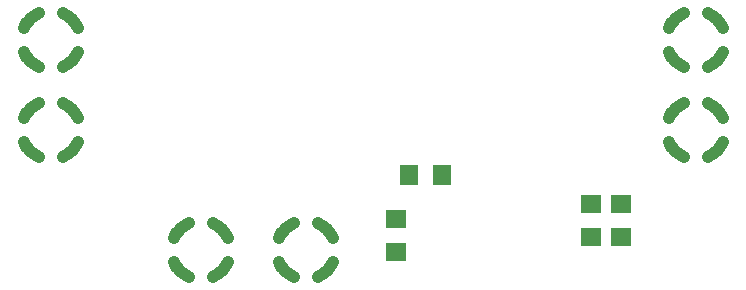
<source format=gtp>
G75*
%MOIN*%
%OFA0B0*%
%FSLAX24Y24*%
%IPPOS*%
%LPD*%
%AMOC8*
5,1,8,0,0,1.08239X$1,22.5*
%
%ADD10C,0.0400*%
%ADD11R,0.0709X0.0630*%
%ADD12R,0.0630X0.0709*%
D10*
X008000Y001200D02*
X008054Y001226D01*
X008107Y001255D01*
X008158Y001288D01*
X008206Y001324D01*
X008253Y001362D01*
X008297Y001403D01*
X008338Y001447D01*
X008376Y001494D01*
X008412Y001542D01*
X008445Y001593D01*
X008474Y001646D01*
X008500Y001700D01*
X007200Y003000D02*
X007146Y002974D01*
X007093Y002945D01*
X007042Y002912D01*
X006994Y002876D01*
X006947Y002838D01*
X006903Y002797D01*
X006862Y002753D01*
X006824Y002706D01*
X006788Y002658D01*
X006755Y002607D01*
X006726Y002554D01*
X006700Y002500D01*
X008000Y003000D02*
X008054Y002974D01*
X008107Y002945D01*
X008158Y002912D01*
X008206Y002876D01*
X008253Y002838D01*
X008297Y002797D01*
X008338Y002753D01*
X008376Y002706D01*
X008412Y002658D01*
X008445Y002607D01*
X008474Y002554D01*
X008500Y002500D01*
X007200Y001200D02*
X007146Y001226D01*
X007093Y001255D01*
X007042Y001288D01*
X006994Y001324D01*
X006947Y001362D01*
X006903Y001403D01*
X006862Y001447D01*
X006824Y001494D01*
X006788Y001542D01*
X006755Y001593D01*
X006726Y001646D01*
X006700Y001700D01*
X011500Y001200D02*
X011554Y001226D01*
X011607Y001255D01*
X011658Y001288D01*
X011706Y001324D01*
X011753Y001362D01*
X011797Y001403D01*
X011838Y001447D01*
X011876Y001494D01*
X011912Y001542D01*
X011945Y001593D01*
X011974Y001646D01*
X012000Y001700D01*
X010700Y003000D02*
X010646Y002974D01*
X010593Y002945D01*
X010542Y002912D01*
X010494Y002876D01*
X010447Y002838D01*
X010403Y002797D01*
X010362Y002753D01*
X010324Y002706D01*
X010288Y002658D01*
X010255Y002607D01*
X010226Y002554D01*
X010200Y002500D01*
X011500Y003000D02*
X011554Y002974D01*
X011607Y002945D01*
X011658Y002912D01*
X011706Y002876D01*
X011753Y002838D01*
X011797Y002797D01*
X011838Y002753D01*
X011876Y002706D01*
X011912Y002658D01*
X011945Y002607D01*
X011974Y002554D01*
X012000Y002500D01*
X010700Y001200D02*
X010646Y001226D01*
X010593Y001255D01*
X010542Y001288D01*
X010494Y001324D01*
X010447Y001362D01*
X010403Y001403D01*
X010362Y001447D01*
X010324Y001494D01*
X010288Y001542D01*
X010255Y001593D01*
X010226Y001646D01*
X010200Y001700D01*
X002200Y005200D02*
X002146Y005226D01*
X002093Y005255D01*
X002042Y005288D01*
X001994Y005324D01*
X001947Y005362D01*
X001903Y005403D01*
X001862Y005447D01*
X001824Y005494D01*
X001788Y005542D01*
X001755Y005593D01*
X001726Y005646D01*
X001700Y005700D01*
X003000Y007000D02*
X003054Y006974D01*
X003107Y006945D01*
X003158Y006912D01*
X003206Y006876D01*
X003253Y006838D01*
X003297Y006797D01*
X003338Y006753D01*
X003376Y006706D01*
X003412Y006658D01*
X003445Y006607D01*
X003474Y006554D01*
X003500Y006500D01*
X002200Y007000D02*
X002146Y006974D01*
X002093Y006945D01*
X002042Y006912D01*
X001994Y006876D01*
X001947Y006838D01*
X001903Y006797D01*
X001862Y006753D01*
X001824Y006706D01*
X001788Y006658D01*
X001755Y006607D01*
X001726Y006554D01*
X001700Y006500D01*
X003000Y005200D02*
X003054Y005226D01*
X003107Y005255D01*
X003158Y005288D01*
X003206Y005324D01*
X003253Y005362D01*
X003297Y005403D01*
X003338Y005447D01*
X003376Y005494D01*
X003412Y005542D01*
X003445Y005593D01*
X003474Y005646D01*
X003500Y005700D01*
X001700Y009500D02*
X001726Y009554D01*
X001755Y009607D01*
X001788Y009658D01*
X001824Y009706D01*
X001862Y009753D01*
X001903Y009797D01*
X001947Y009838D01*
X001994Y009876D01*
X002042Y009912D01*
X002093Y009945D01*
X002146Y009974D01*
X002200Y010000D01*
X003500Y008700D02*
X003474Y008646D01*
X003445Y008593D01*
X003412Y008542D01*
X003376Y008494D01*
X003338Y008447D01*
X003297Y008403D01*
X003253Y008362D01*
X003206Y008324D01*
X003158Y008288D01*
X003107Y008255D01*
X003054Y008226D01*
X003000Y008200D01*
X003500Y009500D02*
X003474Y009554D01*
X003445Y009607D01*
X003412Y009658D01*
X003376Y009706D01*
X003338Y009753D01*
X003297Y009797D01*
X003253Y009838D01*
X003206Y009876D01*
X003158Y009912D01*
X003107Y009945D01*
X003054Y009974D01*
X003000Y010000D01*
X001700Y008700D02*
X001726Y008646D01*
X001755Y008593D01*
X001788Y008542D01*
X001824Y008494D01*
X001862Y008447D01*
X001903Y008403D01*
X001947Y008362D01*
X001994Y008324D01*
X002042Y008288D01*
X002093Y008255D01*
X002146Y008226D01*
X002200Y008200D01*
X024500Y008200D02*
X024554Y008226D01*
X024607Y008255D01*
X024658Y008288D01*
X024706Y008324D01*
X024753Y008362D01*
X024797Y008403D01*
X024838Y008447D01*
X024876Y008494D01*
X024912Y008542D01*
X024945Y008593D01*
X024974Y008646D01*
X025000Y008700D01*
X023700Y010000D02*
X023646Y009974D01*
X023593Y009945D01*
X023542Y009912D01*
X023494Y009876D01*
X023447Y009838D01*
X023403Y009797D01*
X023362Y009753D01*
X023324Y009706D01*
X023288Y009658D01*
X023255Y009607D01*
X023226Y009554D01*
X023200Y009500D01*
X024500Y010000D02*
X024554Y009974D01*
X024607Y009945D01*
X024658Y009912D01*
X024706Y009876D01*
X024753Y009838D01*
X024797Y009797D01*
X024838Y009753D01*
X024876Y009706D01*
X024912Y009658D01*
X024945Y009607D01*
X024974Y009554D01*
X025000Y009500D01*
X023700Y008200D02*
X023646Y008226D01*
X023593Y008255D01*
X023542Y008288D01*
X023494Y008324D01*
X023447Y008362D01*
X023403Y008403D01*
X023362Y008447D01*
X023324Y008494D01*
X023288Y008542D01*
X023255Y008593D01*
X023226Y008646D01*
X023200Y008700D01*
X025000Y005700D02*
X024974Y005646D01*
X024945Y005593D01*
X024912Y005542D01*
X024876Y005494D01*
X024838Y005447D01*
X024797Y005403D01*
X024753Y005362D01*
X024706Y005324D01*
X024658Y005288D01*
X024607Y005255D01*
X024554Y005226D01*
X024500Y005200D01*
X025000Y006500D02*
X024974Y006554D01*
X024945Y006607D01*
X024912Y006658D01*
X024876Y006706D01*
X024838Y006753D01*
X024797Y006797D01*
X024753Y006838D01*
X024706Y006876D01*
X024658Y006912D01*
X024607Y006945D01*
X024554Y006974D01*
X024500Y007000D01*
X023200Y005700D02*
X023226Y005646D01*
X023255Y005593D01*
X023288Y005542D01*
X023324Y005494D01*
X023362Y005447D01*
X023403Y005403D01*
X023447Y005362D01*
X023494Y005324D01*
X023542Y005288D01*
X023593Y005255D01*
X023646Y005226D01*
X023700Y005200D01*
X023200Y006500D02*
X023226Y006554D01*
X023255Y006607D01*
X023288Y006658D01*
X023324Y006706D01*
X023362Y006753D01*
X023403Y006797D01*
X023447Y006838D01*
X023494Y006876D01*
X023542Y006912D01*
X023593Y006945D01*
X023646Y006974D01*
X023700Y007000D01*
D11*
X021600Y003651D03*
X020600Y003651D03*
X020600Y002549D03*
X021600Y002549D03*
X014100Y002049D03*
X014100Y003151D03*
D12*
X014549Y004600D03*
X015651Y004600D03*
M02*

</source>
